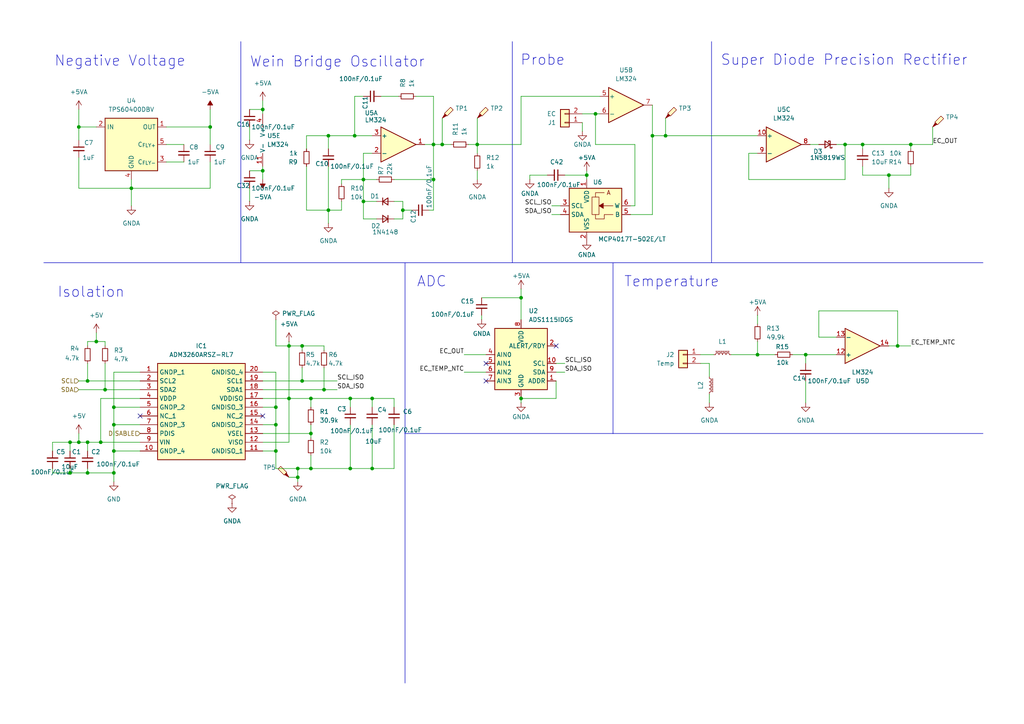
<source format=kicad_sch>
(kicad_sch (version 20231120) (generator "eeschema") (generator_version "8.0")
  (paper "A4")
  (title_block (title "EC") (rev "2"))
  (lib_symbols
    (symbol "Amplifier_Operational:LM324" (pin_names (offset 0.127))
      (property "Reference" "U" (at 0 5.08 0))
      (property "Value" "LM324" (at 0 -5.08 0))
      (symbol "LM324_1_1"
        (pin output line (at 7.62 0 180) (length 2.54) (name "~") (number "1"))
        (pin input line (at -7.62 -2.54 0) (length 2.54) (name "-") (number "2"))
        (pin input line (at -7.62 2.54 0) (length 2.54) (name "+") (number "3"))
      )
      (symbol "LM324_2_1"
        (pin input line (at -7.62 2.54 0) (length 2.54) (name "+") (number "5"))
        (pin input line (at -7.62 -2.54 0) (length 2.54) (name "-") (number "6"))
        (pin output line (at 7.62 0 180) (length 2.54) (name "~") (number "7"))
      )
      (symbol "LM324_3_1"
        (pin input line (at -7.62 2.54 0) (length 2.54) (name "+") (number "10"))
        (pin output line (at 7.62 0 180) (length 2.54) (name "~") (number "8"))
        (pin input line (at -7.62 -2.54 0) (length 2.54) (name "-") (number "9"))
      )
      (symbol "LM324_4_1"
        (pin input line (at -7.62 2.54 0) (length 2.54) (name "+") (number "12"))
        (pin input line (at -7.62 -2.54 0) (length 2.54) (name "-") (number "13"))
        (pin output line (at 7.62 0 180) (length 2.54) (name "~") (number "14"))
      )
      (symbol "LM324_5_1"
        (pin power_in line (at -2.54 -7.62 90) (length 3.81) (name "V-") (number "11"))
        (pin power_in line (at -2.54 7.62 270) (length 3.81) (name "V+") (number "4"))
      )
    )
    (symbol "Analog_ADC:ADS1115IDGS"
      (property "Reference" "U" (at 2.54 13.97 0))
      (property "Value" "ADS1115IDGS" (at 7.62 11.43 0))
      (symbol "ADS1115IDGS_1_1"
        (pin input line (at 10.16 -5.08 180) (length 2.54) (name "ADDR") (number "1"))
        (pin input line (at 10.16 0 180) (length 2.54) (name "SCL") (number "10"))
        (pin output line (at 10.16 5.08 180) (length 2.54) (name "ALERT/RDY") (number "2"))
        (pin power_in line (at 0 -10.16 90) (length 2.54) (name "GND") (number "3"))
        (pin input line (at -10.16 2.54 0) (length 2.54) (name "AIN0") (number "4"))
        (pin input line (at -10.16 0 0) (length 2.54) (name "AIN1") (number "5"))
        (pin input line (at -10.16 -2.54 0) (length 2.54) (name "AIN2") (number "6"))
        (pin input line (at -10.16 -5.08 0) (length 2.54) (name "AIN3") (number "7"))
        (pin power_in line (at 0 12.7 270) (length 2.54) (name "VDD") (number "8"))
        (pin bidirectional line (at 10.16 -2.54 180) (length 2.54) (name "SDA") (number "9"))
      )
    )
    (symbol "Connector:TestPoint_Probe" (pin_numbers hide) (pin_names (offset 0.762) hide)
      (property "Reference" "TP" (at 1.651 5.842 0))
      (property "Value" "TestPoint_Probe" (at 1.651 4.064 0))
      (symbol "TestPoint_Probe_1_1"
        (pin passive line (at 0 0 90) (length 0) (name "1") (number "1"))
      )
    )
    (symbol "Connector_Generic:Conn_01x02" (pin_names (offset 1.016) hide)
      (property "Reference" "J" (at 0 2.54 0))
      (property "Value" "Conn_01x02" (at 0 -5.08 0))
      (symbol "Conn_01x02_1_1"
        (pin passive line (at -5.08 0 0) (length 3.81) (name "Pin_1") (number "1"))
        (pin passive line (at -5.08 -2.54 0) (length 3.81) (name "Pin_2") (number "2"))
      )
    )
    (symbol "Device:C_Small" (pin_numbers hide) (pin_names (offset 0.254) hide)
      (property "Reference" "C" (at 0.254 1.778 0))
      (property "Value" "C_Small" (at 0.254 -2.032 0))
      (symbol "C_Small_1_1"
        (pin passive line (at 0 2.54 270) (length 2.032) (name "~") (number "1"))
        (pin passive line (at 0 -2.54 90) (length 2.032) (name "~") (number "2"))
      )
    )
    (symbol "Device:D_Schottky_Small" (pin_numbers hide) (pin_names (offset 0.254) hide)
      (property "Reference" "D" (at -1.27 2.032 0))
      (property "Value" "D_Schottky_Small" (at -7.112 -2.032 0))
      (symbol "D_Schottky_Small_1_1"
        (pin passive line (at -2.54 0 0) (length 1.778) (name "K") (number "1"))
        (pin passive line (at 2.54 0 180) (length 1.778) (name "A") (number "2"))
      )
    )
    (symbol "Device:D_Small" (pin_numbers hide) (pin_names (offset 0.254) hide)
      (property "Reference" "D" (at -1.27 2.032 0))
      (property "Value" "D_Small" (at -3.81 -2.032 0))
      (symbol "D_Small_1_1"
        (pin passive line (at -2.54 0 0) (length 1.778) (name "K") (number "1"))
        (pin passive line (at 2.54 0 180) (length 1.778) (name "A") (number "2"))
      )
    )
    (symbol "Device:L_Ferrite_Small" (pin_numbers hide) (pin_names (offset 0.254) hide)
      (property "Reference" "L" (at 1.27 1.016 0))
      (property "Value" "L_Ferrite_Small" (at 1.27 -1.27 0))
      (symbol "L_Ferrite_Small_1_1"
        (pin passive line (at 0 2.54 270) (length 0.508) (name "~") (number "1"))
        (pin passive line (at 0 -2.54 90) (length 0.508) (name "~") (number "2"))
      )
    )
    (symbol "Device:R_Small" (pin_numbers hide) (pin_names (offset 0.254) hide)
      (property "Reference" "R" (at 0.762 0.508 0))
      (property "Value" "R_Small" (at 0.762 -1.016 0))
      (symbol "R_Small_1_1"
        (pin passive line (at 0 2.54 270) (length 0.762) (name "~") (number "1"))
        (pin passive line (at 0 -2.54 90) (length 0.762) (name "~") (number "2"))
      )
    )
    (symbol "HydroponicFlowerControl:ADM3260ARSZ-RL7"
      (property "Reference" "IC" (at 31.75 7.62 0))
      (property "Value" "ADM3260ARSZ-RL7" (at 31.75 5.08 0))
      (symbol "ADM3260ARSZ-RL7_1_1"
        (pin passive line (at 0 0 0) (length 5.08) (name "GNDP_1") (number "1"))
        (pin passive line (at 0 -22.86 0) (length 5.08) (name "GNDP_4") (number "10"))
        (pin passive line (at 35.56 -22.86 180) (length 5.08) (name "GNDISO_1") (number "11"))
        (pin passive line (at 35.56 -20.32 180) (length 5.08) (name "VISO") (number "12"))
        (pin passive line (at 35.56 -17.78 180) (length 5.08) (name "VSEL") (number "13"))
        (pin passive line (at 35.56 -15.24 180) (length 5.08) (name "GNDISO_2") (number "14"))
        (pin passive line (at 35.56 -12.7 180) (length 5.08) (name "NC_2") (number "15"))
        (pin passive line (at 35.56 -10.16 180) (length 5.08) (name "GNDISO_3") (number "16"))
        (pin passive line (at 35.56 -7.62 180) (length 5.08) (name "VDDISO") (number "17"))
        (pin passive line (at 35.56 -5.08 180) (length 5.08) (name "SDA1") (number "18"))
        (pin passive line (at 35.56 -2.54 180) (length 5.08) (name "SCL1") (number "19"))
        (pin passive line (at 0 -2.54 0) (length 5.08) (name "SCL2") (number "2"))
        (pin passive line (at 35.56 0 180) (length 5.08) (name "GNDISO_4") (number "20"))
        (pin passive line (at 0 -5.08 0) (length 5.08) (name "SDA2") (number "3"))
        (pin passive line (at 0 -7.62 0) (length 5.08) (name "VDDP") (number "4"))
        (pin passive line (at 0 -10.16 0) (length 5.08) (name "GNDP_2") (number "5"))
        (pin passive line (at 0 -12.7 0) (length 5.08) (name "NC_1") (number "6"))
        (pin passive line (at 0 -15.24 0) (length 5.08) (name "GNDP_3") (number "7"))
        (pin passive line (at 0 -17.78 0) (length 5.08) (name "PDIS") (number "8"))
        (pin passive line (at 0 -20.32 0) (length 5.08) (name "VIN") (number "9"))
      )
    )
    (symbol "Potentiometer_Digital:MCP4017-xxxxLT"
      (property "Reference" "U" (at -7.62 8.89 0))
      (property "Value" "MCP4017-xxxxLT" (at 1.27 8.89 0))
      (symbol "MCP4017-xxxxLT_0_0"
        (text "A" (at 3.81 6.35 0) (effects (font (size 1.27 1.27))))
      )
      (symbol "MCP4017-xxxxLT_1_1"
        (pin power_in line (at -2.54 10.16 270) (length 2.54) (name "VDD") (number "1"))
        (pin power_in line (at -2.54 -7.62 90) (length 2.54) (name "VSS") (number "2"))
        (pin input line (at -10.16 2.54 0) (length 2.54) (name "SCL") (number "3"))
        (pin bidirectional line (at -10.16 0 0) (length 2.54) (name "SDA") (number "4"))
        (pin passive line (at 10.16 0 180) (length 2.54) (name "B") (number "5"))
        (pin passive line (at 10.16 2.54 180) (length 2.54) (name "W") (number "6"))
      )
    )
    (symbol "Regulator_SwitchedCapacitor:TPS60400DBV"
      (property "Reference" "U" (at 6.35 8.89 0))
      (property "Value" "TPS60400DBV" (at 7.62 -8.89 0))
      (symbol "TPS60400DBV_1_1"
        (pin power_out line (at 10.16 5.08 180) (length 2.54) (name "OUT") (number "1"))
        (pin power_in line (at -10.16 5.08 0) (length 2.54) (name "IN") (number "2"))
        (pin passive line (at 10.16 -5.08 180) (length 2.54) (name "C_{FLY-}") (number "3"))
        (pin power_in line (at 0 -10.16 90) (length 2.54) (name "GND") (number "4"))
        (pin passive line (at 10.16 0 180) (length 2.54) (name "C_{FLY+}") (number "5"))
      )
    )
    (symbol "power:+5V" (power) (pin_numbers hide) (pin_names (offset 0) hide)
      (property "Value" "+5V" (at 0 3.556 0))
      (symbol "+5V_1_1"
        (pin power_in line (at 0 0 90) (length 0) (name "~") (number "1"))
      )
    )
    (symbol "power:+5VA" (power) (pin_numbers hide) (pin_names (offset 0) hide)
      (property "Value" "+5VA" (at 0 3.556 0))
      (symbol "+5VA_1_1"
        (pin power_in line (at 0 0 90) (length 0) (name "~") (number "1"))
      )
    )
    (symbol "power:-5VA" (power) (pin_numbers hide) (pin_names (offset 0) hide)
      (property "Value" "-5VA" (at 0 3.556 0))
      (symbol "-5VA_0_0"
        (pin power_in line (at 0 0 90) (length 0) (name "~") (number "1"))
      )
    )
    (symbol "power:GND" (power) (pin_numbers hide) (pin_names (offset 0) hide)
      (property "Value" "GND" (at 0 -3.81 0))
      (symbol "GND_1_1"
        (pin power_in line (at 0 0 270) (length 0) (name "~") (number "1"))
      )
    )
    (symbol "power:GNDA" (power) (pin_numbers hide) (pin_names (offset 0) hide)
      (property "Value" "GNDA" (at 0 -3.81 0))
      (symbol "GNDA_1_1"
        (pin power_in line (at 0 0 270) (length 0) (name "~") (number "1"))
      )
    )
    (symbol "power:PWR_FLAG" (power) (pin_numbers hide) (pin_names (offset 0) hide)
      (property "Value" "PWR_FLAG" (at 0 3.81 0))
      (symbol "PWR_FLAG_0_0"
        (pin power_out line (at 0 0 90) (length 0) (name "~") (number "1"))
      )
    )
  )
  (junction (at 38.1 54.61))
  (junction (at 80.01 130.81))
  (junction (at 116.84 60.96))
  (junction (at 60.96 36.83))
  (junction (at 102.87 39.37))
  (junction (at 257.81 50.8))
  (junction (at 25.4 128.27))
  (junction (at 219.71 102.87))
  (junction (at 93.98 113.03))
  (junction (at 260.35 100.33))
  (junction (at 80.01 118.11))
  (junction (at 105.41 52.07))
  (junction (at 189.23 39.37))
  (junction (at 95.25 60.96))
  (junction (at 86.36 135.89))
  (junction (at 245.11 41.91))
  (junction (at 27.94 99.06))
  (junction (at 33.02 130.81))
  (junction (at 250.19 41.91))
  (junction (at 233.68 102.87))
  (junction (at 20.32 137.16))
  (junction (at 76.2 49.53))
  (junction (at 90.17 125.73))
  (junction (at 172.72 33.02))
  (junction (at 101.6 115.57))
  (junction (at 25.4 110.49))
  (junction (at 125.73 41.91))
  (junction (at 107.95 115.57))
  (junction (at 33.02 123.19))
  (junction (at 125.73 52.07))
  (junction (at 193.04 39.37))
  (junction (at 87.63 100.33))
  (junction (at 80.01 123.19))
  (junction (at 90.17 115.57))
  (junction (at 83.82 115.57))
  (junction (at 33.02 118.11))
  (junction (at 151.13 115.57))
  (junction (at 76.2 31.75))
  (junction (at 25.4 137.16))
  (junction (at 22.86 36.83))
  (junction (at 90.17 135.89))
  (junction (at 151.13 86.36))
  (junction (at 20.32 128.27))
  (junction (at 170.18 50.8))
  (junction (at 105.41 58.42))
  (junction (at 138.43 41.91))
  (junction (at 101.6 135.89))
  (junction (at 83.82 100.33))
  (junction (at 30.48 113.03))
  (junction (at 87.63 110.49))
  (junction (at 264.16 41.91))
  (junction (at 128.27 41.91))
  (junction (at 33.02 137.16))
  (junction (at 107.95 135.89))
  (junction (at 86.36 138.43))
  (junction (at 29.21 128.27))
  (junction (at 95.25 39.37))
  (junction (at 22.86 128.27))
  (no_connect (at 140.97 105.41))
  (no_connect (at 161.29 100.33))
  (no_connect (at 40.64 120.65))
  (no_connect (at 76.2 120.65))
  (no_connect (at 140.97 110.49))
  (wire (pts (xy 22.86 31.75) (xy 22.86 36.83)))
  (wire (pts (xy 134.62 102.87) (xy 140.97 102.87)))
  (wire (pts (xy 90.17 123.19) (xy 90.17 125.73)))
  (wire (pts (xy 161.29 105.41) (xy 163.83 105.41)))
  (wire (pts (xy 128.27 41.91) (xy 125.73 41.91)))
  (wire (pts (xy 134.62 107.95) (xy 140.97 107.95)))
  (wire (pts (xy 172.72 33.02) (xy 173.99 33.02)))
  (wire (pts (xy 151.13 41.91) (xy 138.43 41.91)))
  (wire (pts (xy 80.01 135.89) (xy 86.36 135.89)))
  (wire (pts (xy 60.96 41.91) (xy 60.96 36.83)))
  (wire (pts (xy 86.36 138.43) (xy 86.36 139.7)))
  (wire (pts (xy 138.43 41.91) (xy 138.43 44.45)))
  (wire (pts (xy 22.86 128.27) (xy 20.32 128.27)))
  (wire (pts (xy 124.46 60.96) (xy 125.73 60.96)))
  (wire (pts (xy 151.13 83.82) (xy 151.13 86.36)))
  (wire (pts (xy 101.6 135.89) (xy 90.17 135.89)))
  (polyline (pts (xy 177.8 125.73) (xy 117.475 125.73)))
  (wire (pts (xy 245.11 41.91) (xy 250.19 41.91)))
  (wire (pts (xy 83.82 100.33) (xy 83.82 115.57)))
  (wire (pts (xy 170.18 49.53) (xy 170.18 50.8)))
  (wire (pts (xy 88.9 48.26) (xy 88.9 60.96)))
  (wire (pts (xy 114.3 63.5) (xy 116.84 63.5)))
  (wire (pts (xy 219.71 91.44) (xy 219.71 93.98)))
  (wire (pts (xy 76.2 118.11) (xy 80.01 118.11)))
  (wire (pts (xy 184.15 41.91) (xy 184.15 59.69)))
  (wire (pts (xy 76.2 128.27) (xy 83.82 128.27)))
  (wire (pts (xy 33.02 123.19) (xy 33.02 130.81)))
  (wire (pts (xy 105.41 44.45) (xy 105.41 52.07)))
  (wire (pts (xy 80.01 107.95) (xy 80.01 118.11)))
  (polyline (pts (xy 69.85 76.2) (xy 12.7 76.2)))
  (wire (pts (xy 90.17 132.08) (xy 90.17 135.89)))
  (wire (pts (xy 217.17 52.07) (xy 217.17 44.45)))
  (wire (pts (xy 15.24 128.27) (xy 20.32 128.27)))
  (wire (pts (xy 15.24 135.89) (xy 15.24 137.16)))
  (wire (pts (xy 128.27 41.91) (xy 130.81 41.91)))
  (wire (pts (xy 105.41 27.94) (xy 102.87 27.94)))
  (wire (pts (xy 139.7 86.36) (xy 151.13 86.36)))
  (wire (pts (xy 125.73 60.96) (xy 125.73 52.07)))
  (wire (pts (xy 25.4 128.27) (xy 22.86 128.27)))
  (wire (pts (xy 116.84 63.5) (xy 116.84 60.96)))
  (wire (pts (xy 114.3 58.42) (xy 116.84 58.42)))
  (wire (pts (xy 189.23 39.37) (xy 189.23 62.23)))
  (wire (pts (xy 60.96 46.99) (xy 60.96 54.61)))
  (wire (pts (xy 153.67 50.8) (xy 158.75 50.8)))
  (wire (pts (xy 264.16 41.91) (xy 250.19 41.91)))
  (wire (pts (xy 22.86 36.83) (xy 22.86 40.64)))
  (wire (pts (xy 212.09 102.87) (xy 219.71 102.87)))
  (wire (pts (xy 33.02 118.11) (xy 40.64 118.11)))
  (wire (pts (xy 38.1 54.61) (xy 38.1 59.69)))
  (wire (pts (xy 161.29 107.95) (xy 163.83 107.95)))
  (wire (pts (xy 270.51 36.83) (xy 270.51 41.91)))
  (wire (pts (xy 264.16 50.8) (xy 257.81 50.8)))
  (wire (pts (xy 48.26 41.91) (xy 53.34 41.91)))
  (wire (pts (xy 95.25 60.96) (xy 99.06 60.96)))
  (wire (pts (xy 234.95 41.91) (xy 237.49 41.91)))
  (wire (pts (xy 27.94 99.06) (xy 27.94 96.52)))
  (polyline (pts (xy 142.24 76.2) (xy 69.85 76.2)))
  (wire (pts (xy 93.98 101.6) (xy 93.98 100.33)))
  (wire (pts (xy 76.2 110.49) (xy 87.63 110.49)))
  (wire (pts (xy 76.2 115.57) (xy 83.82 115.57)))
  (wire (pts (xy 245.11 52.07) (xy 217.17 52.07)))
  (wire (pts (xy 25.4 128.27) (xy 25.4 130.81)))
  (polyline (pts (xy 177.8 76.2) (xy 177.8 125.73)))
  (wire (pts (xy 173.99 27.94) (xy 151.13 27.94)))
  (wire (pts (xy 76.2 125.73) (xy 90.17 125.73)))
  (wire (pts (xy 105.41 58.42) (xy 109.22 58.42)))
  (wire (pts (xy 138.43 49.53) (xy 138.43 52.07)))
  (wire (pts (xy 80.01 130.81) (xy 80.01 135.89)))
  (wire (pts (xy 116.84 58.42) (xy 116.84 60.96)))
  (wire (pts (xy 233.68 102.87) (xy 233.68 105.41)))
  (wire (pts (xy 87.63 106.68) (xy 87.63 110.49)))
  (wire (pts (xy 76.2 49.53) (xy 76.2 52.07)))
  (wire (pts (xy 60.96 31.75) (xy 60.96 36.83)))
  (wire (pts (xy 123.19 41.91) (xy 125.73 41.91)))
  (wire (pts (xy 270.51 41.91) (xy 264.16 41.91)))
  (wire (pts (xy 107.95 123.19) (xy 107.95 135.89)))
  (wire (pts (xy 109.22 63.5) (xy 105.41 63.5)))
  (wire (pts (xy 172.72 33.02) (xy 172.72 41.91)))
  (wire (pts (xy 203.2 102.87) (xy 207.01 102.87)))
  (wire (pts (xy 260.35 100.33) (xy 260.35 90.17)))
  (wire (pts (xy 99.06 52.07) (xy 105.41 52.07)))
  (polyline (pts (xy 187.325 76.2) (xy 285.115 76.2)))
  (wire (pts (xy 83.82 99.06) (xy 83.82 100.33)))
  (wire (pts (xy 93.98 113.03) (xy 97.79 113.03)))
  (wire (pts (xy 205.74 105.41) (xy 203.2 105.41)))
  (wire (pts (xy 151.13 115.57) (xy 151.13 116.84)))
  (wire (pts (xy 25.4 100.33) (xy 25.4 99.06)))
  (polyline (pts (xy 117.475 125.73) (xy 117.475 125.095)))
  (wire (pts (xy 80.01 118.11) (xy 80.01 123.19)))
  (wire (pts (xy 30.48 99.06) (xy 27.94 99.06)))
  (wire (pts (xy 168.91 33.02) (xy 172.72 33.02)))
  (wire (pts (xy 242.57 41.91) (xy 245.11 41.91)))
  (wire (pts (xy 22.86 45.72) (xy 22.86 54.61)))
  (wire (pts (xy 105.41 52.07) (xy 109.22 52.07)))
  (wire (pts (xy 237.49 90.17) (xy 237.49 97.79)))
  (wire (pts (xy 160.02 62.23) (xy 162.56 62.23)))
  (wire (pts (xy 219.71 102.87) (xy 219.71 99.06)))
  (wire (pts (xy 20.32 128.27) (xy 20.32 130.81)))
  (wire (pts (xy 25.4 105.41) (xy 25.4 110.49)))
  (wire (pts (xy 72.39 36.83) (xy 72.39 40.64)))
  (wire (pts (xy 205.74 114.3) (xy 205.74 116.84)))
  (wire (pts (xy 264.16 43.18) (xy 264.16 41.91)))
  (wire (pts (xy 264.16 48.26) (xy 264.16 50.8)))
  (wire (pts (xy 80.01 123.19) (xy 80.01 130.81)))
  (wire (pts (xy 139.7 91.44) (xy 139.7 92.71)))
  (wire (pts (xy 72.39 49.53) (xy 76.2 49.53)))
  (wire (pts (xy 105.41 63.5) (xy 105.41 58.42)))
  (wire (pts (xy 114.3 115.57) (xy 107.95 115.57)))
  (wire (pts (xy 33.02 137.16) (xy 33.02 139.7)))
  (wire (pts (xy 151.13 27.94) (xy 151.13 41.91)))
  (wire (pts (xy 163.83 50.8) (xy 170.18 50.8)))
  (wire (pts (xy 99.06 53.34) (xy 99.06 52.07)))
  (polyline (pts (xy 117.475 76.2) (xy 117.475 198.12)))
  (wire (pts (xy 86.36 135.89) (xy 86.36 138.43)))
  (wire (pts (xy 135.89 41.91) (xy 138.43 41.91)))
  (wire (pts (xy 250.19 48.26) (xy 250.19 50.8)))
  (wire (pts (xy 101.6 115.57) (xy 107.95 115.57)))
  (wire (pts (xy 90.17 115.57) (xy 101.6 115.57)))
  (wire (pts (xy 257.81 50.8) (xy 257.81 54.61)))
  (wire (pts (xy 88.9 43.18) (xy 88.9 39.37)))
  (wire (pts (xy 72.39 54.61) (xy 72.39 58.42)))
  (wire (pts (xy 125.73 27.94) (xy 125.73 41.91)))
  (wire (pts (xy 76.2 130.81) (xy 80.01 130.81)))
  (wire (pts (xy 107.95 135.89) (xy 101.6 135.89)))
  (wire (pts (xy 15.24 137.16) (xy 20.32 137.16)))
  (wire (pts (xy 189.23 30.48) (xy 189.23 39.37)))
  (wire (pts (xy 22.86 110.49) (xy 25.4 110.49)))
  (wire (pts (xy 76.2 123.19) (xy 80.01 123.19)))
  (wire (pts (xy 20.32 137.16) (xy 25.4 137.16)))
  (wire (pts (xy 22.86 36.83) (xy 27.94 36.83)))
  (wire (pts (xy 138.43 34.29) (xy 138.43 41.91)))
  (wire (pts (xy 153.67 52.07) (xy 153.67 50.8)))
  (wire (pts (xy 217.17 44.45) (xy 219.71 44.45)))
  (wire (pts (xy 102.87 27.94) (xy 102.87 39.37)))
  (wire (pts (xy 245.11 41.91) (xy 245.11 52.07)))
  (wire (pts (xy 114.3 123.19) (xy 114.3 135.89)))
  (wire (pts (xy 95.25 60.96) (xy 95.25 64.77)))
  (wire (pts (xy 161.29 115.57) (xy 151.13 115.57)))
  (wire (pts (xy 29.21 115.57) (xy 29.21 128.27)))
  (wire (pts (xy 90.17 125.73) (xy 90.17 127)))
  (wire (pts (xy 95.25 43.18) (xy 95.25 39.37)))
  (wire (pts (xy 128.27 34.29) (xy 128.27 41.91)))
  (wire (pts (xy 193.04 39.37) (xy 189.23 39.37)))
  (wire (pts (xy 76.2 31.75) (xy 76.2 33.02)))
  (wire (pts (xy 48.26 46.99) (xy 53.34 46.99)))
  (wire (pts (xy 125.73 52.07) (xy 114.3 52.07)))
  (wire (pts (xy 107.95 118.11) (xy 107.95 115.57)))
  (wire (pts (xy 87.63 101.6) (xy 87.63 100.33)))
  (wire (pts (xy 101.6 123.19) (xy 101.6 135.89)))
  (wire (pts (xy 219.71 102.87) (xy 224.79 102.87)))
  (wire (pts (xy 160.02 59.69) (xy 162.56 59.69)))
  (wire (pts (xy 90.17 118.11) (xy 90.17 115.57)))
  (wire (pts (xy 33.02 123.19) (xy 40.64 123.19)))
  (wire (pts (xy 107.95 44.45) (xy 105.41 44.45)))
  (wire (pts (xy 205.74 109.22) (xy 205.74 105.41)))
  (wire (pts (xy 233.68 110.49) (xy 233.68 116.84)))
  (wire (pts (xy 83.82 115.57) (xy 90.17 115.57)))
  (wire (pts (xy 110.49 27.94) (xy 115.57 27.94)))
  (wire (pts (xy 30.48 100.33) (xy 30.48 99.06)))
  (polyline (pts (xy 187.325 76.2) (xy 142.24 76.2)))
  (wire (pts (xy 170.18 50.8) (xy 170.18 52.07)))
  (wire (pts (xy 250.19 50.8) (xy 257.81 50.8)))
  (wire (pts (xy 250.19 43.18) (xy 250.19 41.91)))
  (wire (pts (xy 260.35 100.33) (xy 264.16 100.33)))
  (wire (pts (xy 161.29 110.49) (xy 161.29 115.57)))
  (wire (pts (xy 114.3 118.11) (xy 114.3 115.57)))
  (wire (pts (xy 29.21 128.27) (xy 40.64 128.27)))
  (wire (pts (xy 87.63 100.33) (xy 93.98 100.33)))
  (wire (pts (xy 15.24 130.81) (xy 15.24 128.27)))
  (wire (pts (xy 25.4 99.06) (xy 27.94 99.06)))
  (wire (pts (xy 233.68 102.87) (xy 242.57 102.87)))
  (wire (pts (xy 30.48 105.41) (xy 30.48 113.03)))
  (wire (pts (xy 87.63 110.49) (xy 97.79 110.49)))
  (wire (pts (xy 76.2 48.26) (xy 76.2 49.53)))
  (wire (pts (xy 120.65 27.94) (xy 125.73 27.94)))
  (wire (pts (xy 101.6 118.11) (xy 101.6 115.57)))
  (polyline (pts (xy 148.59 12.065) (xy 148.59 76.2)))
  (wire (pts (xy 229.87 102.87) (xy 233.68 102.87)))
  (wire (pts (xy 102.87 39.37) (xy 107.95 39.37)))
  (wire (pts (xy 80.01 92.71) (xy 80.01 100.33)))
  (wire (pts (xy 95.25 39.37) (xy 102.87 39.37)))
  (wire (pts (xy 87.63 100.33) (xy 83.82 100.33)))
  (wire (pts (xy 88.9 60.96) (xy 95.25 60.96)))
  (wire (pts (xy 22.86 54.61) (xy 38.1 54.61)))
  (wire (pts (xy 33.02 107.95) (xy 33.02 118.11)))
  (wire (pts (xy 237.49 97.79) (xy 242.57 97.79)))
  (wire (pts (xy 114.3 135.89) (xy 107.95 135.89)))
  (wire (pts (xy 184.15 59.69) (xy 182.88 59.69)))
  (wire (pts (xy 48.26 36.83) (xy 60.96 36.83)))
  (wire (pts (xy 83.82 128.27) (xy 83.82 115.57)))
  (wire (pts (xy 38.1 52.07) (xy 38.1 54.61)))
  (wire (pts (xy 72.39 31.75) (xy 76.2 31.75)))
  (wire (pts (xy 33.02 130.81) (xy 33.02 137.16)))
  (polyline (pts (xy 206.375 12.065) (xy 206.375 76.2)))
  (wire (pts (xy 83.82 138.43) (xy 86.36 138.43)))
  (wire (pts (xy 105.41 58.42) (xy 105.41 52.07)))
  (wire (pts (xy 60.96 54.61) (xy 38.1 54.61)))
  (wire (pts (xy 76.2 29.21) (xy 76.2 31.75)))
  (wire (pts (xy 93.98 106.68) (xy 93.98 113.03)))
  (wire (pts (xy 193.04 34.29) (xy 193.04 39.37)))
  (wire (pts (xy 20.32 135.89) (xy 20.32 137.16)))
  (wire (pts (xy 151.13 86.36) (xy 151.13 92.71)))
  (wire (pts (xy 29.21 115.57) (xy 40.64 115.57)))
  (wire (pts (xy 95.25 48.26) (xy 95.25 60.96)))
  (wire (pts (xy 33.02 118.11) (xy 33.02 123.19)))
  (polyline (pts (xy 177.8 125.73) (xy 285.115 125.73)))
  (wire (pts (xy 172.72 41.91) (xy 184.15 41.91)))
  (wire (pts (xy 33.02 130.81) (xy 40.64 130.81)))
  (wire (pts (xy 168.91 35.56) (xy 168.91 38.1)))
  (wire (pts (xy 30.48 113.03) (xy 40.64 113.03)))
  (wire (pts (xy 76.2 113.03) (xy 93.98 113.03)))
  (wire (pts (xy 257.81 100.33) (xy 260.35 100.33)))
  (wire (pts (xy 40.64 107.95) (xy 33.02 107.95)))
  (wire (pts (xy 116.84 60.96) (xy 119.38 60.96)))
  (wire (pts (xy 88.9 39.37) (xy 95.25 39.37)))
  (wire (pts (xy 25.4 128.27) (xy 29.21 128.27)))
  (wire (pts (xy 193.04 39.37) (xy 219.71 39.37)))
  (wire (pts (xy 182.88 62.23) (xy 189.23 62.23)))
  (wire (pts (xy 90.17 135.89) (xy 86.36 135.89)))
  (polyline (pts (xy 69.85 12.065) (xy 69.85 76.2)))
  (wire (pts (xy 25.4 137.16) (xy 33.02 137.16)))
  (wire (pts (xy 80.01 100.33) (xy 83.82 100.33)))
  (wire (pts (xy 25.4 110.49) (xy 40.64 110.49)))
  (wire (pts (xy 125.73 41.91) (xy 125.73 52.07)))
  (wire (pts (xy 76.2 107.95) (xy 80.01 107.95)))
  (wire (pts (xy 22.86 113.03) (xy 30.48 113.03)))
  (wire (pts (xy 22.86 125.73) (xy 22.86 128.27)))
  (wire (pts (xy 99.06 60.96) (xy 99.06 58.42)))
  (wire (pts (xy 260.35 90.17) (xy 237.49 90.17)))
  (wire (pts (xy 25.4 135.89) (xy 25.4 137.16)))
  (text "Super Diode Precision Rectifier" (at 244.856 17.526 0) (effects (font (size 3 3))))
  (text "Probe" (at 150.876 17.526 0) (effects (font (size 3 3)) (justify left)))
  (text "Negative Voltage" (at 34.798 17.78 0) (effects (font (size 3 3))))
  (text "Temperature" (at 194.818 81.788 0) (effects (font (size 3 3))))
  (text "Wein Bridge Oscillator" (at 72.39 18.034 0) (effects (font (size 3 3)) (justify left)))
  (text "ADC" (at 125.222 81.788 0) (effects (font (size 3 3))))
  (text "Isolation" (at 26.416 84.836 0) (effects (font (size 3 3))))
  (label "EC_OUT" (at 270.51 41.91 0))
  (label "SCL_ISO" (at 163.83 105.41 0))
  (label "SCL_ISO" (at 160.02 59.69 180))
  (label "SCL_ISO" (at 97.79 110.49 0))
  (label "SDA_ISO" (at 163.83 107.95 0))
  (label "EC_OUT" (at 134.62 102.87 180))
  (label "SDA_ISO" (at 160.02 62.23 180))
  (label "EC_TEMP_NTC" (at 134.62 107.95 180))
  (label "SDA_ISO" (at 97.79 113.03 0))
  (label "EC_TEMP_NTC" (at 264.16 100.33 0))
  (hierarchical_label "SCL" (shape input) (at 22.86 110.49 180))
  (hierarchical_label "SDA" (shape input) (at 22.86 113.03 180))
  (hierarchical_label "DISABLE" (shape input) (at 40.64 125.73 180))
  (symbol (lib_id "power:PWR_FLAG") (at 80.01 92.71 0) (unit 1)
    (property "Reference" "#FLG02" (effects (hide yes)))
    (property "Value" "PWR_FLAG" (at 86.614 90.932 0))
    (property "Description" "Special symbol for telling ERC where power comes from" (effects (hide yes)))
  )
  (symbol (lib_id "Device:C_Small") (at 72.39 52.07 0) (unit 1)
    (property "Reference" "C32" (at 68.58 53.848 0) (effects (justify left)))
    (property "Value" "100nF/0.1uF" (at 72.898 54.61 0) (effects (justify left)))
    (property "Footprint" "Capacitor_SMD:C_0603_1608Metric" (effects (hide yes)))
    (property "Description" "Unpolarized capacitor, small symbol" (effects (hide yes)))
    (property "LCSC" "C14663" (effects (hide yes)))
  )
  (symbol (lib_id "power:-5VA") (at 60.96 31.75 0) (unit 1)
    (property "Reference" "#PWR013" (effects (hide yes)))
    (property "Value" "-5VA" (at 60.96 26.67 0))
    (property "Description" "Power symbol creates a global label with name \"-5VA\"" (effects (hide yes)))
  )
  (symbol (lib_id "Connector:TestPoint_Probe") (at 193.04 34.29 0) (unit 1) (in_bom no)
    (property "Reference" "TP3" (at 196.85 31.4324 0) (effects (justify left)))
    (property "Value" "TestPoint_Small" (effects (hide yes)))
    (property "Footprint" "TestPoint:TestPoint_Pad_D1.0mm" (effects (hide yes)))
    (property "Description" "test point (alternative probe-style design)" (effects (hide yes)))
  )
  (symbol (lib_id "Device:C_Small") (at 161.29 50.8 270) (unit 1)
    (property "Reference" "C42" (at 159.512 46.99 90) (effects (justify left)))
    (property "Value" "100nF/0.1uF" (at 155.702 53.594 90) (effects (justify left)))
    (property "Footprint" "Capacitor_SMD:C_0603_1608Metric" (effects (hide yes)))
    (property "Description" "Unpolarized capacitor, small symbol" (effects (hide yes)))
    (property "LCSC" "C14663" (effects (hide yes)))
  )
  (symbol (lib_id "Connector:TestPoint_Probe") (at 138.43 34.29 0) (unit 1) (in_bom no)
    (property "Reference" "TP2" (at 142.24 31.4324 0) (effects (justify left)))
    (property "Value" "TestPoint_Small" (effects (hide yes)))
    (property "Footprint" "TestPoint:TestPoint_Pad_D1.0mm" (effects (hide yes)))
    (property "Description" "test point (alternative probe-style design)" (effects (hide yes)))
  )
  (symbol (lib_id "Device:R_Small") (at 227.33 102.87 90) (unit 1)
    (property "Reference" "R15" (at 228.854 100.584 90) (effects (justify left)))
    (property "Value" "10k" (at 228.854 105.156 90) (effects (justify left)))
    (property "Footprint" "Resistor_SMD:R_0603_1608Metric" (effects (hide yes)))
    (property "Description" "Resistor, small symbol" (effects (hide yes)))
    (property "LCSC" "C25804" (effects (hide yes)))
  )
  (symbol (lib_id "Device:R_Small") (at 25.4 102.87 0) (unit 1)
    (property "Reference" "R4" (at 20.32 101.092 0) (effects (justify left)))
    (property "Value" "4.7k" (at 18.796 103.886 0) (effects (justify left)))
    (property "Footprint" "Resistor_SMD:R_0603_1608Metric" (effects (hide yes)))
    (property "Description" "Resistor, small symbol" (effects (hide yes)))
    (property "LCSC" "C23162" (effects (hide yes)))
  )
  (symbol (lib_id "power:GNDA") (at 72.39 40.64 0) (unit 1)
    (property "Reference" "#PWR069" (effects (hide yes)))
    (property "Value" "GNDA" (at 72.39 45.72 0))
    (property "Description" "Power symbol creates a global label with name \"GNDA\" , analog ground" (effects (hide yes)))
  )
  (symbol (lib_id "power:+5VA") (at 151.13 83.82 0) (unit 1)
    (property "Reference" "#PWR021" (effects (hide yes)))
    (property "Value" "+5VA" (at 151.13 80.01 0))
    (property "Description" "Power symbol creates a global label with name \"+5VA\"" (effects (hide yes)))
  )
  (symbol (lib_id "Device:C_Small") (at 250.19 45.72 180) (unit 1)
    (property "Reference" "C13" (at 252.73 44.4435 0) (effects (justify right)))
    (property "Value" "10uF" (at 252.73 46.9835 0) (effects (justify right)))
    (property "Footprint" "Capacitor_SMD:C_0805_2012Metric" (effects (hide yes)))
    (property "Description" "Unpolarized capacitor, small symbol" (effects (hide yes)))
    (property "LCSC" "C15850" (effects (hide yes)))
  )
  (symbol (lib_id "power:GND") (at 33.02 139.7 0) (unit 1)
    (property "Reference" "#PWR03" (effects (hide yes)))
    (property "Value" "GND" (at 33.02 144.78 0))
    (property "Description" "Power symbol creates a global label with name \"GND\" , ground" (effects (hide yes)))
  )
  (symbol (lib_id "Connector:TestPoint_Probe") (at 83.82 138.43 0) (mirror y) (unit 1) (in_bom no)
    (property "Reference" "TP5" (at 80.01 135.5724 0) (effects (justify left)))
    (property "Value" "GNDA" (effects (hide yes)))
    (property "Footprint" "TestPoint:TestPoint_Loop_D1.80mm_Drill1.0mm_Beaded" (effects (hide yes)))
    (property "Description" "test point (alternative probe-style design)" (effects (hide yes)))
  )
  (symbol (lib_id "Analog_ADC:ADS1115IDGS") (at 151.13 105.41 0) (unit 1)
    (property "Reference" "U2" (at 153.3241 90.17 0) (effects (justify left)))
    (property "Value" "ADS1115IDGS" (at 153.3241 92.71 0) (effects (justify left)))
    (property "Footprint" "Package_SO:VSSOP-10_3x3mm_P0.5mm" (effects (hide yes)))
    (property "Datasheet" "http://www.ti.com/lit/ds/symlink/ads1113.pdf" (effects (hide yes)))
    (property "Description" "Ultra-Small, Low-Power, I2C-Compatible, 860-SPS, 16-Bit ADCs With Internal Reference, Oscillator, and Programmable Comparator, VSSOP-10" (effects (hide yes)))
    (property "LCSC" "C37593" (effects (hide yes)))
    (property "JLCPCB Rotation Offset" "270" (effects (hide yes)))
  )
  (symbol (lib_id "power:GNDA") (at 86.36 139.7 0) (unit 1)
    (property "Reference" "#PWR01" (effects (hide yes)))
    (property "Value" "GNDA" (at 86.36 144.78 0))
    (property "Description" "Power symbol creates a global label with name \"GNDA\" , analog ground" (effects (hide yes)))
  )
  (symbol (lib_id "power:GNDA") (at 168.91 38.1 0) (unit 1)
    (property "Reference" "#PWR019" (effects (hide yes)))
    (property "Value" "GNDA" (at 168.91 41.91 0))
    (property "Description" "Power symbol creates a global label with name \"GNDA\" , analog ground" (effects (hide yes)))
  )
  (symbol (lib_id "Device:C_Small") (at 22.86 43.18 0) (unit 1)
    (property "Reference" "C7" (at 24.384 41.402 0) (effects (justify left)))
    (property "Value" "1uF" (at 23.876 45.72 0) (effects (justify left)))
    (property "Footprint" "Capacitor_SMD:C_0603_1608Metric" (effects (hide yes)))
    (property "Description" "Unpolarized capacitor, small symbol" (effects (hide yes)))
    (property "LCSC" "C15849" (effects (hide yes)))
  )
  (symbol (lib_id "power:+5VA") (at 76.2 29.21 0) (unit 1)
    (property "Reference" "#PWR015" (effects (hide yes)))
    (property "Value" "+5VA" (at 76.2 24.13 0))
    (property "Description" "Power symbol creates a global label with name \"+5VA\"" (effects (hide yes)))
  )
  (symbol (lib_id "Amplifier_Operational:LM324") (at 227.33 41.91 0) (unit 3)
    (property "Reference" "U5" (at 227.33 31.75 0))
    (property "Value" "LM324" (at 227.33 34.29 0))
    (property "Footprint" "Package_SO:SOIC-14_3.9x8.7mm_P1.27mm" (effects (hide yes)))
    (property "Datasheet" "http://www.ti.com/lit/ds/symlink/lm2902-n.pdf" (effects (hide yes)))
    (property "Description" "Low-Power, Quad-Operational Amplifiers, DIP-14/SOIC-14/SSOP-14" (effects (hide yes)))
    (property "LCSC" "C71035" (effects (hide yes)))
  )
  (symbol (lib_id "power:GNDA") (at 72.39 58.42 0) (unit 1)
    (property "Reference" "#PWR070" (effects (hide yes)))
    (property "Value" "GNDA" (at 72.39 63.5 0))
    (property "Description" "Power symbol creates a global label with name \"GNDA\" , analog ground" (effects (hide yes)))
  )
  (symbol (lib_id "Connector_Generic:Conn_01x02") (at 163.83 35.56 180) (unit 1) (in_bom no)
    (property "Reference" "J1" (at 161.29 35.5601 0) (effects (justify left)))
    (property "Value" "EC" (at 161.29 33.0201 0) (effects (justify left)))
    (property "Footprint" "Connector_JST:JST_XH_S2B-XH-A_1x02_P2.50mm_Horizontal" (effects (hide yes)))
    (property "Description" "Generic connector, single row, 01x02, script generated (kicad-library-utils/schlib/autogen/connector/)" (effects (hide yes)))
    (property "LCSC" "C157931" (effects (hide yes)))
    (property "JLCPCB Position Offset" "0,3.5" (effects (hide yes)))
    (property "JLCPCB Rotation Offset" "180" (effects (hide yes)))
  )
  (symbol (lib_id "Device:R_Small") (at 90.17 129.54 0) (unit 1)
    (property "Reference" "R2" (at 92.71 128.2699 0) (effects (justify left)))
    (property "Value" "10k" (at 92.71 130.8099 0) (effects (justify left)))
    (property "Footprint" "Resistor_SMD:R_0603_1608Metric" (effects (hide yes)))
    (property "Description" "Resistor, small symbol" (effects (hide yes)))
    (property "LCSC" "C25804" (effects (hide yes)))
  )
  (symbol (lib_id "HydroponicFlowerControl:ADM3260ARSZ-RL7") (at 40.64 107.95 0) (unit 1)
    (property "Reference" "IC1" (at 58.42 100.33 0))
    (property "Value" "ADM3260ARSZ-RL7" (at 58.42 102.87 0))
    (property "Footprint" "HydroponicFlowerControl:SOP65P780X200-20N" (effects (hide yes)))
    (property "Datasheet" "https://www.analog.com/media/en/technical-documentation/data-sheets/adm3260.pdf" (effects (hide yes)))
    (property "Description" "Digital Isolators Isolated I2C  & Power" (effects (hide yes)))
    (property "Height" "2" (effects (hide yes)))
    (property "Mouser Part Number" "584-ADM3260ARSZ-RL7" (effects (hide yes)))
    (property "Mouser Price/Stock" "https://www.mouser.co.uk/ProductDetail/Analog-Devices/ADM3260ARSZ-RL7?qs=hpwIUhX6lWy5rzRvRSiwFQ%3D%3D" (effects (hide yes)))
    (property "Manufacturer_Name" "Analog Devices" (effects (hide yes)))
    (property "Manufacturer_Part_Number" "ADM3260ARSZ-RL7" (effects (hide yes)))
    (property "LCSC" "C658204" (effects (hide yes)))
    (property "JLCPCB Rotation Offset" "270" (effects (hide yes)))
  )
  (symbol (lib_id "Device:C_Small") (at 15.24 133.35 180) (unit 1)
    (property "Reference" "C5" (at 16.256 131.064 0) (effects (justify right)))
    (property "Value" "100nF/0.1uF" (at 8.89 136.906 0) (effects (justify right)))
    (property "Footprint" "Capacitor_SMD:C_0603_1608Metric" (effects (hide yes)))
    (property "Description" "Unpolarized capacitor, small symbol" (effects (hide yes)))
    (property "LCSC" "C14663" (effects (hide yes)))
  )
  (symbol (lib_id "power:PWR_FLAG") (at 67.31 146.05 0) (unit 1)
    (property "Reference" "#FLG06" (effects (hide yes)))
    (property "Value" "PWR_FLAG" (at 67.31 140.97 0))
    (property "Description" "Special symbol for telling ERC where power comes from" (effects (hide yes)))
  )
  (symbol (lib_id "Device:R_Small") (at 87.63 104.14 0) (unit 1)
    (property "Reference" "R5" (at 88.646 102.87 0) (effects (justify left)))
    (property "Value" "4.7k" (at 88.646 105.41 0) (effects (justify left)))
    (property "Footprint" "Resistor_SMD:R_0603_1608Metric" (effects (hide yes)))
    (property "Description" "Resistor, small symbol" (effects (hide yes)))
    (property "LCSC" "C23162" (effects (hide yes)))
  )
  (symbol (lib_id "Device:C_Small") (at 114.3 120.65 180) (unit 1)
    (property "Reference" "C6" (at 116.84 119.3735 0) (effects (justify right)))
    (property "Value" "100nF/0.1uF" (at 109.728 124.714 0) (effects (justify right)))
    (property "Footprint" "Capacitor_SMD:C_0603_1608Metric" (effects (hide yes)))
    (property "Description" "Unpolarized capacitor, small symbol" (effects (hide yes)))
    (property "LCSC" "C14663" (effects (hide yes)))
  )
  (symbol (lib_id "power:+5VA") (at 83.82 99.06 0) (unit 1)
    (property "Reference" "#PWR05" (effects (hide yes)))
    (property "Value" "+5VA" (at 83.82 93.98 0))
    (property "Description" "Power symbol creates a global label with name \"+5VA\"" (effects (hide yes)))
  )
  (symbol (lib_id "Device:R_Small") (at 30.48 102.87 0) (unit 1)
    (property "Reference" "R3" (at 33.02 101.5999 0) (effects (justify left)))
    (property "Value" "4.7k" (at 33.02 104.1399 0) (effects (justify left)))
    (property "Footprint" "Resistor_SMD:R_0603_1608Metric" (effects (hide yes)))
    (property "Description" "Resistor, small symbol" (effects (hide yes)))
    (property "LCSC" "C23162" (effects (hide yes)))
  )
  (symbol (lib_id "Regulator_SwitchedCapacitor:TPS60400DBV") (at 38.1 41.91 0) (unit 1)
    (property "Reference" "U4" (at 38.1 29.21 0))
    (property "Value" "TPS60400DBV" (at 38.1 31.75 0))
    (property "Footprint" "Package_TO_SOT_SMD:SOT-23-5" (effects (hide yes)))
    (property "Datasheet" "https://www.ti.com/lit/ds/symlink/tps60400.pdf" (effects (hide yes)))
    (property "Description" "Unregulated 60-mA Charge Pump Voltage Inverter with Variable Switching Frequency 50 kHz - 250 kHz, SOT-23-5" (effects (hide yes)))
    (property "LCSC" "C9839" (effects (hide yes)))
  )
  (symbol (lib_id "Device:L_Ferrite_Small") (at 209.55 102.87 90) (unit 1)
    (property "Reference" "L1" (at 209.55 99.06 90))
    (property "Value" "L_Ferrite_Small" (effects (hide yes)))
    (property "Footprint" "Inductor_SMD:L_0603_1608Metric" (effects (hide yes)))
    (property "Description" "Inductor with ferrite core, small symbol" (effects (hide yes)))
    (property "LCSC" "C1002" (effects (hide yes)))
  )
  (symbol (lib_id "Connector:TestPoint_Probe") (at 128.27 34.29 0) (unit 1) (in_bom no)
    (property "Reference" "TP1" (at 132.08 31.4324 0) (effects (justify left)))
    (property "Value" "TestPoint_Small" (effects (hide yes)))
    (property "Footprint" "TestPoint:TestPoint_Pad_D1.0mm" (effects (hide yes)))
    (property "Description" "test point (alternative probe-style design)" (effects (hide yes)))
  )
  (symbol (lib_id "Amplifier_Operational:LM324") (at 115.57 41.91 0) (unit 1)
    (property "Reference" "U5" (at 107.696 32.766 0))
    (property "Value" "LM324" (at 108.966 34.798 0))
    (property "Footprint" "Package_SO:SOIC-14_3.9x8.7mm_P1.27mm" (effects (hide yes)))
    (property "Datasheet" "http://www.ti.com/lit/ds/symlink/lm2902-n.pdf" (effects (hide yes)))
    (property "Description" "Low-Power, Quad-Operational Amplifiers, DIP-14/SOIC-14/SSOP-14" (effects (hide yes)))
    (property "LCSC" "C71035" (effects (hide yes)))
  )
  (symbol (lib_id "Device:D_Small") (at 111.76 63.5 180) (unit 1)
    (property "Reference" "D2" (at 108.966 65.532 0))
    (property "Value" "1N4148" (at 111.76 67.31 0))
    (property "Footprint" "Diode_SMD:D_SOD-323" (effects (hide yes)))
    (property "Description" "Diode, small symbol" (effects (hide yes)))
    (property "LCSC" "C2128" (effects (hide yes)))
    (property "Sim.Device" "D" (effects (hide yes)))
    (property "Sim.Pins" "1=K 2=A" (effects (hide yes)))
  )
  (symbol (lib_id "power:GNDA") (at 67.31 146.05 0) (unit 1)
    (property "Reference" "#PWR0114" (effects (hide yes)))
    (property "Value" "GNDA" (at 67.31 151.13 0))
    (property "Description" "Power symbol creates a global label with name \"GNDA\" , analog ground" (effects (hide yes)))
  )
  (symbol (lib_id "Device:C_Small") (at 60.96 44.45 0) (unit 1)
    (property "Reference" "C9" (at 62.484 42.672 0) (effects (justify left)))
    (property "Value" "1uF" (at 61.976 46.99 0) (effects (justify left)))
    (property "Footprint" "Capacitor_SMD:C_0603_1608Metric" (effects (hide yes)))
    (property "Description" "Unpolarized capacitor, small symbol" (effects (hide yes)))
    (property "LCSC" "C15849" (effects (hide yes)))
  )
  (symbol (lib_id "Connector:TestPoint_Probe") (at 270.51 36.83 0) (unit 1) (in_bom no)
    (property "Reference" "TP4" (at 274.32 33.9724 0) (effects (justify left)))
    (property "Value" "EC" (effects (hide yes)))
    (property "Footprint" "TestPoint:TestPoint_Pad_D1.0mm" (effects (hide yes)))
    (property "Description" "test point (alternative probe-style design)" (effects (hide yes)))
  )
  (symbol (lib_id "Device:C_Small") (at 53.34 44.45 0) (unit 1)
    (property "Reference" "C8" (at 54.864 42.672 0) (effects (justify left)))
    (property "Value" "1uF" (at 54.356 46.99 0) (effects (justify left)))
    (property "Footprint" "Capacitor_SMD:C_0603_1608Metric" (effects (hide yes)))
    (property "Description" "Unpolarized capacitor, small symbol" (effects (hide yes)))
    (property "LCSC" "C15849" (effects (hide yes)))
  )
  (symbol (lib_id "power:GNDA") (at 138.43 52.07 0) (unit 1)
    (property "Reference" "#PWR018" (effects (hide yes)))
    (property "Value" "GNDA" (at 138.43 57.15 0))
    (property "Description" "Power symbol creates a global label with name \"GNDA\" , analog ground" (effects (hide yes)))
  )
  (symbol (lib_id "Amplifier_Operational:LM324") (at 78.74 40.64 0) (unit 5)
    (property "Reference" "U5" (at 77.47 39.3699 0) (effects (justify left)))
    (property "Value" "LM324" (at 77.47 41.9099 0) (effects (justify left)))
    (property "Footprint" "Package_SO:SOIC-14_3.9x8.7mm_P1.27mm" (effects (hide yes)))
    (property "Datasheet" "http://www.ti.com/lit/ds/symlink/lm2902-n.pdf" (effects (hide yes)))
    (property "Description" "Low-Power, Quad-Operational Amplifiers, DIP-14/SOIC-14/SSOP-14" (effects (hide yes)))
    (property "LCSC" "C71035" (effects (hide yes)))
  )
  (symbol (lib_id "Device:R_Small") (at 93.98 104.14 0) (unit 1)
    (property "Reference" "R6" (at 95.25 102.87 0) (effects (justify left)))
    (property "Value" "4.7k" (at 95.25 105.41 0) (effects (justify left)))
    (property "Footprint" "Resistor_SMD:R_0603_1608Metric" (effects (hide yes)))
    (property "Description" "Resistor, small symbol" (effects (hide yes)))
    (property "LCSC" "C23162" (effects (hide yes)))
  )
  (symbol (lib_id "Device:R_Small") (at 264.16 45.72 180) (unit 1)
    (property "Reference" "R14" (at 261.62 46.9901 0) (effects (justify left)))
    (property "Value" "10k" (at 261.62 44.4501 0) (effects (justify left)))
    (property "Footprint" "Resistor_SMD:R_0603_1608Metric" (effects (hide yes)))
    (property "Description" "Resistor, small symbol" (effects (hide yes)))
    (property "LCSC" "C25804" (effects (hide yes)))
  )
  (symbol (lib_id "Device:D_Small") (at 111.76 58.42 0) (unit 1)
    (property "Reference" "D1" (at 108.712 56.896 0))
    (property "Value" "1N4148" (effects (hide yes)))
    (property "Footprint" "Diode_SMD:D_SOD-323" (effects (hide yes)))
    (property "Description" "Diode, small symbol" (effects (hide yes)))
    (property "LCSC" "C2128" (effects (hide yes)))
    (property "Sim.Device" "D" (effects (hide yes)))
    (property "Sim.Pins" "1=K 2=A" (effects (hide yes)))
  )
  (symbol (lib_id "power:GNDA") (at 205.74 116.84 0) (unit 1)
    (property "Reference" "#PWR023" (effects (hide yes)))
    (property "Value" "GNDA" (at 205.74 121.92 0))
    (property "Description" "Power symbol creates a global label with name \"GNDA\" , analog ground" (effects (hide yes)))
  )
  (symbol (lib_id "Device:R_Small") (at 111.76 52.07 90) (unit 1)
    (property "Reference" "R7" (at 110.49 50.8 0) (effects (justify left)))
    (property "Value" "22k" (at 113.03 50.8 0) (effects (justify left)))
    (property "Footprint" "Resistor_SMD:R_0603_1608Metric" (effects (hide yes)))
    (property "Description" "Resistor, small symbol" (effects (hide yes)))
    (property "LCSC" "C31850" (effects (hide yes)))
  )
  (symbol (lib_id "Device:C_Small") (at 72.39 34.29 0) (unit 1)
    (property "Reference" "C16" (at 68.58 36.068 0) (effects (justify left)))
    (property "Value" "100nF/0.1uF" (at 72.898 36.83 0) (effects (justify left)))
    (property "Footprint" "Capacitor_SMD:C_0603_1608Metric" (effects (hide yes)))
    (property "Description" "Unpolarized capacitor, small symbol" (effects (hide yes)))
    (property "LCSC" "C14663" (effects (hide yes)))
  )
  (symbol (lib_id "Device:R_Small") (at 88.9 45.72 180) (unit 1)
    (property "Reference" "R9" (at 86.36 46.9901 0) (effects (justify left)))
    (property "Value" "1k" (at 86.36 44.4501 0) (effects (justify left)))
    (property "Footprint" "Resistor_SMD:R_0603_1608Metric" (effects (hide yes)))
    (property "Description" "Resistor, small symbol" (effects (hide yes)))
    (property "LCSC" "C21190" (effects (hide yes)))
  )
  (symbol (lib_id "power:GNDA") (at 151.13 116.84 0) (unit 1)
    (property "Reference" "#PWR024" (effects (hide yes)))
    (property "Value" "GNDA" (at 151.13 120.904 0))
    (property "Description" "Power symbol creates a global label with name \"GNDA\" , analog ground" (effects (hide yes)))
  )
  (symbol (lib_id "power:GNDA") (at 233.68 116.84 0) (unit 1)
    (property "Reference" "#PWR027" (effects (hide yes)))
    (property "Value" "GNDA" (at 233.68 121.92 0))
    (property "Description" "Power symbol creates a global label with name \"GNDA\" , analog ground" (effects (hide yes)))
  )
  (symbol (lib_id "power:GNDA") (at 257.81 54.61 0) (unit 1)
    (property "Reference" "#PWR022" (effects (hide yes)))
    (property "Value" "GNDA" (at 257.81 59.69 0))
    (property "Description" "Power symbol creates a global label with name \"GNDA\" , analog ground" (effects (hide yes)))
  )
  (symbol (lib_id "Device:C_Small") (at 20.32 133.35 0) (unit 1)
    (property "Reference" "C1" (at 20.828 131.064 0) (effects (justify left)))
    (property "Value" "10uF" (at 17.78 135.382 0) (effects (justify left)))
    (property "Footprint" "Capacitor_SMD:C_0603_1608Metric" (effects (hide yes)))
    (property "Description" "Unpolarized capacitor, small symbol" (effects (hide yes)))
    (property "LCSC" "C19702" (effects (hide yes)))
  )
  (symbol (lib_id "Device:R_Small") (at 90.17 120.65 0) (unit 1)
    (property "Reference" "R1" (at 92.71 119.3799 0) (effects (justify left)))
    (property "Value" "30.9k" (at 92.71 121.9199 0) (effects (justify left)))
    (property "Footprint" "Resistor_SMD:R_0603_1608Metric" (effects (hide yes)))
    (property "Description" "Resistor, small symbol" (effects (hide yes)))
    (property "LCSC" "C23022" (effects (hide yes)))
  )
  (symbol (lib_id "Device:C_Small") (at 101.6 120.65 0) (unit 1)
    (property "Reference" "C3" (at 97.79 118.618 0) (effects (justify left)))
    (property "Value" "100nF/0.1uF" (at 95.758 124.968 0) (effects (justify left)))
    (property "Footprint" "Capacitor_SMD:C_0603_1608Metric" (effects (hide yes)))
    (property "Description" "Unpolarized capacitor, small symbol" (effects (hide yes)))
    (property "LCSC" "C14663" (effects (hide yes)))
  )
  (symbol (lib_id "Device:C_Small") (at 25.4 133.35 0) (unit 1)
    (property "Reference" "C2" (at 26.416 131.064 0) (effects (justify left)))
    (property "Value" "100nF/0.1uF" (at 27.94 134.6262 0) (effects (justify left)))
    (property "Footprint" "Capacitor_SMD:C_0603_1608Metric" (effects (hide yes)))
    (property "Description" "Unpolarized capacitor, small symbol" (effects (hide yes)))
    (property "LCSC" "C14663" (effects (hide yes)))
  )
  (symbol (lib_id "Amplifier_Operational:LM324") (at 250.19 100.33 0) (mirror x) (unit 4)
    (property "Reference" "U5" (at 250.19 110.49 0))
    (property "Value" "LM324" (at 250.19 107.95 0))
    (property "Footprint" "Package_SO:SOIC-14_3.9x8.7mm_P1.27mm" (effects (hide yes)))
    (property "Datasheet" "http://www.ti.com/lit/ds/symlink/lm2902-n.pdf" (effects (hide yes)))
    (property "Description" "Low-Power, Quad-Operational Amplifiers, DIP-14/SOIC-14/SSOP-14" (effects (hide yes)))
    (property "LCSC" "C71035" (effects (hide yes)))
  )
  (symbol (lib_id "Device:R_Small") (at 133.35 41.91 90) (unit 1)
    (property "Reference" "R11" (at 132.0799 39.37 0) (effects (justify left)))
    (property "Value" "1k" (at 134.6199 39.37 0) (effects (justify left)))
    (property "Footprint" "Resistor_SMD:R_0603_1608Metric" (effects (hide yes)))
    (property "Description" "Resistor, small symbol" (effects (hide yes)))
    (property "LCSC" "C21190" (effects (hide yes)))
  )
  (symbol (lib_id "Device:C_Small") (at 121.92 60.96 90) (unit 1)
    (property "Reference" "C12" (at 119.888 64.77 0) (effects (justify left)))
    (property "Value" "100nF/0.1uF" (at 124.46 60.452 0) (effects (justify left)))
    (property "Footprint" "Capacitor_SMD:C_0603_1608Metric" (effects (hide yes)))
    (property "Description" "Unpolarized capacitor, small symbol" (effects (hide yes)))
    (property "LCSC" "C14663" (effects (hide yes)))
  )
  (symbol (lib_id "Device:R_Small") (at 118.11 27.94 90) (unit 1)
    (property "Reference" "R8" (at 116.8399 25.4 0) (effects (justify left)))
    (property "Value" "1k" (at 119.3799 25.4 0) (effects (justify left)))
    (property "Footprint" "Resistor_SMD:R_0603_1608Metric" (effects (hide yes)))
    (property "Description" "Resistor, small symbol" (effects (hide yes)))
    (property "LCSC" "C21190" (effects (hide yes)))
  )
  (symbol (lib_id "power:GNDA") (at 139.7 92.71 0) (unit 1)
    (property "Reference" "#PWR028" (effects (hide yes)))
    (property "Value" "GNDA" (at 139.7 96.774 0))
    (property "Description" "Power symbol creates a global label with name \"GNDA\" , analog ground" (effects (hide yes)))
  )
  (symbol (lib_id "power:+5VA") (at 219.71 91.44 0) (unit 1)
    (property "Reference" "#PWR026" (effects (hide yes)))
    (property "Value" "+5VA" (at 219.71 87.63 0))
    (property "Description" "Power symbol creates a global label with name \"+5VA\"" (effects (hide yes)))
  )
  (symbol (lib_id "Device:C_Small") (at 107.95 120.65 0) (unit 1)
    (property "Reference" "C4" (at 109.474 118.872 0) (effects (justify left)))
    (property "Value" "10uF" (at 105.918 128.016 0) (effects (justify left)))
    (property "Footprint" "Capacitor_SMD:C_0603_1608Metric" (effects (hide yes)))
    (property "Description" "Unpolarized capacitor, small symbol" (effects (hide yes)))
    (property "LCSC" "C19702" (effects (hide yes)))
  )
  (symbol (lib_id "power:+5VA") (at 170.18 49.53 0) (unit 1)
    (property "Reference" "#PWR020" (effects (hide yes)))
    (property "Value" "+5VA" (at 170.18 45.72 0))
    (property "Description" "Power symbol creates a global label with name \"+5VA\"" (effects (hide yes)))
  )
  (symbol (lib_id "power:GNDA") (at 153.67 52.07 0) (unit 1)
    (property "Reference" "#PWR092" (effects (hide yes)))
    (property "Value" "GNDA" (at 153.67 56.134 0))
    (property "Description" "Power symbol creates a global label with name \"GNDA\" , analog ground" (effects (hide yes)))
  )
  (symbol (lib_id "Device:C_Small") (at 233.68 107.95 0) (unit 1)
    (property "Reference" "C14" (at 229.87 109.728 0) (effects (justify left)))
    (property "Value" "100nF/0.1uF" (at 234.188 110.49 0) (effects (justify left)))
    (property "Footprint" "Capacitor_SMD:C_0603_1608Metric" (effects (hide yes)))
    (property "Description" "Unpolarized capacitor, small symbol" (effects (hide yes)))
    (property "LCSC" "C14663" (effects (hide yes)))
  )
  (symbol (lib_id "Device:C_Small") (at 139.7 88.9 0) (unit 1)
    (property "Reference" "C15" (at 133.604 87.376 0) (effects (justify left)))
    (property "Value" "100nF/0.1uF" (at 124.968 91.186 0) (effects (justify left)))
    (property "Footprint" "Capacitor_SMD:C_0603_1608Metric" (effects (hide yes)))
    (property "Description" "Unpolarized capacitor, small symbol" (effects (hide yes)))
    (property "LCSC" "C14663" (effects (hide yes)))
  )
  (symbol (lib_id "Device:R_Small") (at 99.06 55.88 0) (unit 1)
    (property "Reference" "R10" (at 101.6 54.6099 0) (effects (justify left)))
    (property "Value" "10k" (at 101.6 57.1499 0) (effects (justify left)))
    (property "Footprint" "Resistor_SMD:R_0603_1608Metric" (effects (hide yes)))
    (property "Description" "Resistor, small symbol" (effects (hide yes)))
    (property "LCSC" "C25804" (effects (hide yes)))
  )
  (symbol (lib_id "power:+5V") (at 22.86 125.73 0) (unit 1)
    (property "Reference" "#PWR04" (effects (hide yes)))
    (property "Value" "+5V" (at 22.86 120.65 0))
    (property "Description" "Power symbol creates a global label with name \"+5V\"" (effects (hide yes)))
  )
  (symbol (lib_id "power:+5V") (at 27.94 96.52 0) (unit 1)
    (property "Reference" "#PWR06" (effects (hide yes)))
    (property "Value" "+5V" (at 27.94 91.44 0))
    (property "Description" "Power symbol creates a global label with name \"+5V\"" (effects (hide yes)))
  )
  (symbol (lib_id "Device:R_Small") (at 219.71 96.52 0) (unit 1)
    (property "Reference" "R13" (at 222.25 95.2499 0) (effects (justify left)))
    (property "Value" "49.9k" (at 222.25 97.7899 0) (effects (justify left)))
    (property "Footprint" "Resistor_SMD:R_0603_1608Metric" (effects (hide yes)))
    (property "Description" "Resistor, small symbol" (effects (hide yes)))
    (property "LCSC" "C23184" (effects (hide yes)))
  )
  (symbol (lib_id "power:-5VA") (at 76.2 52.07 180) (unit 1)
    (property "Reference" "#PWR016" (effects (hide yes)))
    (property "Value" "-5VA" (at 76.2 57.15 0))
    (property "Description" "Power symbol creates a global label with name \"-5VA\"" (effects (hide yes)))
  )
  (symbol (lib_id "Device:R_Small") (at 138.43 46.99 0) (unit 1)
    (property "Reference" "R12" (at 140.97 45.7199 0) (effects (justify left)))
    (property "Value" "1k" (at 140.97 48.2599 0) (effects (justify left)))
    (property "Footprint" "Resistor_SMD:R_0603_1608Metric" (effects (hide yes)))
    (property "Description" "Resistor, small symbol" (effects (hide yes)))
    (property "LCSC" "C21190" (effects (hide yes)))
  )
  (symbol (lib_id "Connector_Generic:Conn_01x02") (at 198.12 102.87 0) (mirror y) (unit 1) (in_bom no)
    (property "Reference" "J2" (at 195.58 102.8699 0) (effects (justify left)))
    (property "Value" "Temp" (at 195.58 105.4099 0) (effects (justify left)))
    (property "Footprint" "Connector_JST:JST_XH_S2B-XH-A_1x02_P2.50mm_Horizontal" (effects (hide yes)))
    (property "Description" "Generic connector, single row, 01x02, script generated (kicad-library-utils/schlib/autogen/connector/)" (effects (hide yes)))
    (property "LCSC" "C157931" (effects (hide yes)))
    (property "LCSC alt" "C722860" (effects (hide yes)))
    (property "JLCPCB Rotation Offset" "180" (effects (hide yes)))
    (property "JLCPCB Position Offset" "0,3.5" (effects (hide yes)))
  )
  (symbol (lib_id "Device:C_Small") (at 107.95 27.94 90) (unit 1)
    (property "Reference" "C11" (at 105.918 31.75 0) (effects (justify left)))
    (property "Value" "100nF/0.1uF" (at 110.998 22.86 90) (effects (justify left)))
    (property "Footprint" "Capacitor_SMD:C_0603_1608Metric" (effects (hide yes)))
    (property "Description" "Unpolarized capacitor, small symbol" (effects (hide yes)))
    (property "LCSC" "C14663" (effects (hide yes)))
  )
  (symbol (lib_id "Device:D_Schottky_Small") (at 240.03 41.91 180) (unit 1)
    (property "Reference" "D3" (at 237.236 43.942 0))
    (property "Value" "1N5819WS" (at 240.03 45.72 0))
    (property "Footprint" "Diode_SMD:D_SOD-323" (effects (hide yes)))
    (property "Description" "Schottky diode, small symbol" (effects (hide yes)))
    (property "LCSC" "C191023" (effects (hide yes)))
  )
  (symbol (lib_id "power:GNDA") (at 95.25 64.77 0) (unit 1)
    (property "Reference" "#PWR017" (effects (hide yes)))
    (property "Value" "GNDA" (at 95.25 69.85 0))
    (property "Description" "Power symbol creates a global label with name \"GNDA\" , analog ground" (effects (hide yes)))
  )
  (symbol (lib_id "power:GNDA") (at 38.1 59.69 0) (unit 1)
    (property "Reference" "#PWR014" (effects (hide yes)))
    (property "Value" "GNDA" (at 38.1 64.77 0))
    (property "Description" "Power symbol creates a global label with name \"GNDA\" , analog ground" (effects (hide yes)))
  )
  (symbol (lib_id "Potentiometer_Digital:MCP4017-xxxxLT") (at 172.72 62.23 0) (unit 1)
    (property "Reference" "U6" (at 171.958 52.832 0) (effects (justify left)))
    (property "Value" "MCP4017T-502E/LT" (at 173.482 69.342 0) (effects (justify left)))
    (property "Footprint" "Package_TO_SOT_SMD:SOT-363_SC-70-6" (effects (hide yes)))
    (property "Datasheet" "http://ww1.microchip.com/downloads/en/DeviceDoc/22147a.pdf" (effects (hide yes)))
    (property "Description" "Low-Cost 128-Step Volatile I2C Digital Potentiometer, SC-70-6" (effects (hide yes)))
    (property "LCSC" "C511303" (effects (hide yes)))
    (property "JLCPCB Rotation Offset" "90" (effects (hide yes)))
  )
  (symbol (lib_id "Amplifier_Operational:LM324") (at 181.61 30.48 0) (unit 2)
    (property "Reference" "U5" (at 181.61 20.32 0))
    (property "Value" "LM324" (at 181.61 22.86 0))
    (property "Footprint" "Package_SO:SOIC-14_3.9x8.7mm_P1.27mm" (effects (hide yes)))
    (property "Datasheet" "http://www.ti.com/lit/ds/symlink/lm2902-n.pdf" (effects (hide yes)))
    (property "Description" "Low-Power, Quad-Operational Amplifiers, DIP-14/SOIC-14/SSOP-14" (effects (hide yes)))
    (property "LCSC" "C71035" (effects (hide yes)))
  )
  (symbol (lib_id "Device:C_Small") (at 95.25 45.72 0) (unit 1)
    (property "Reference" "C10" (at 91.44 47.498 0) (effects (justify left)))
    (property "Value" "100nF/0.1uF" (at 95.758 48.26 0) (effects (justify left)))
    (property "Footprint" "Capacitor_SMD:C_0603_1608Metric" (effects (hide yes)))
    (property "Description" "Unpolarized capacitor, small symbol" (effects (hide yes)))
    (property "LCSC" "C14663" (effects (hide yes)))
  )
  (symbol (lib_id "Device:L_Ferrite_Small") (at 205.74 111.76 0) (unit 1)
    (property "Reference" "L2" (at 203.2 111.76 90))
    (property "Value" "L_Ferrite_Small" (effects (hide yes)))
    (property "Footprint" "Inductor_SMD:L_0603_1608Metric" (effects (hide yes)))
    (property "Description" "Inductor with ferrite core, small symbol" (effects (hide yes)))
    (property "LCSC" "C1002" (effects (hide yes)))
  )
  (symbol (lib_id "power:GNDA") (at 170.18 69.85 0) (unit 1)
    (property "Reference" "#PWR025" (effects (hide yes)))
    (property "Value" "GNDA" (at 170.18 73.914 0))
    (property "Description" "Power symbol creates a global label with name \"GNDA\" , analog ground" (effects (hide yes)))
  )
  (symbol (lib_id "power:+5VA") (at 22.86 31.75 0) (unit 1)
    (property "Reference" "#PWR012" (effects (hide yes)))
    (property "Value" "+5VA" (at 22.86 26.67 0))
    (property "Description" "Power symbol creates a global label with name \"+5VA\"" (effects (hide yes)))
  )
)
</source>
